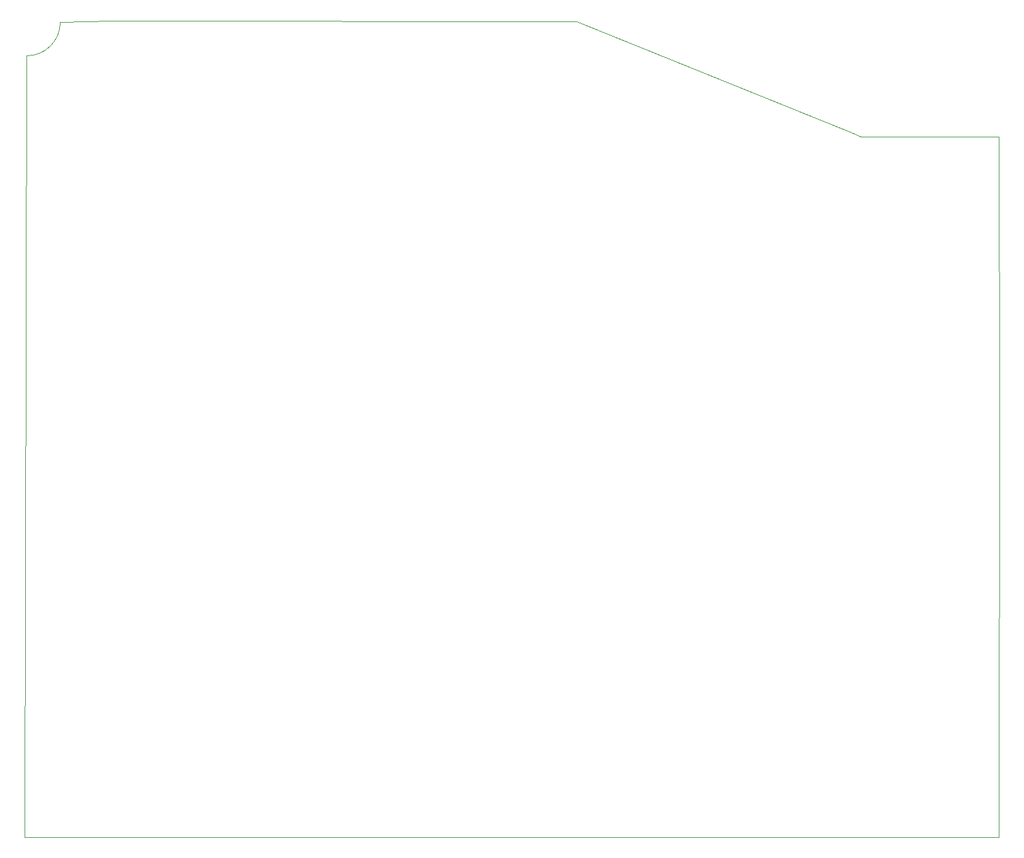
<source format=gbr>
%TF.GenerationSoftware,KiCad,Pcbnew,(5.1.7-0-10_14)*%
%TF.CreationDate,2022-11-13T20:21:01-08:00*%
%TF.ProjectId,swing-atreus-r,7377696e-672d-4617-9472-6575732d722e,rev?*%
%TF.SameCoordinates,Original*%
%TF.FileFunction,Profile,NP*%
%FSLAX46Y46*%
G04 Gerber Fmt 4.6, Leading zero omitted, Abs format (unit mm)*
G04 Created by KiCad (PCBNEW (5.1.7-0-10_14)) date 2022-11-13 20:21:01*
%MOMM*%
%LPD*%
G01*
G04 APERTURE LIST*
%TA.AperFunction,Profile*%
%ADD10C,0.050000*%
%TD*%
G04 APERTURE END LIST*
D10*
X167950000Y-37400000D02*
X168200000Y-37400000D01*
X149650000Y-37400000D02*
X167950000Y-37400000D01*
X148550000Y-36950000D02*
X149650000Y-37400000D01*
X42100000Y-22000000D02*
X48900000Y-21850000D01*
X37450000Y-131600000D02*
X37300000Y-131600000D01*
X168200000Y-131550000D02*
X37450000Y-131600000D01*
X168300000Y-73000000D02*
X168200000Y-131550000D01*
X168200000Y-37400000D02*
X168300000Y-73350000D01*
X111500000Y-21900000D02*
X148550000Y-36950000D01*
X48900000Y-21850000D02*
X111500000Y-21900000D01*
X37300000Y-131550000D02*
X37550000Y-26550000D01*
X42100000Y-22050000D02*
G75*
G02*
X37600000Y-26550000I-4500000J0D01*
G01*
M02*

</source>
